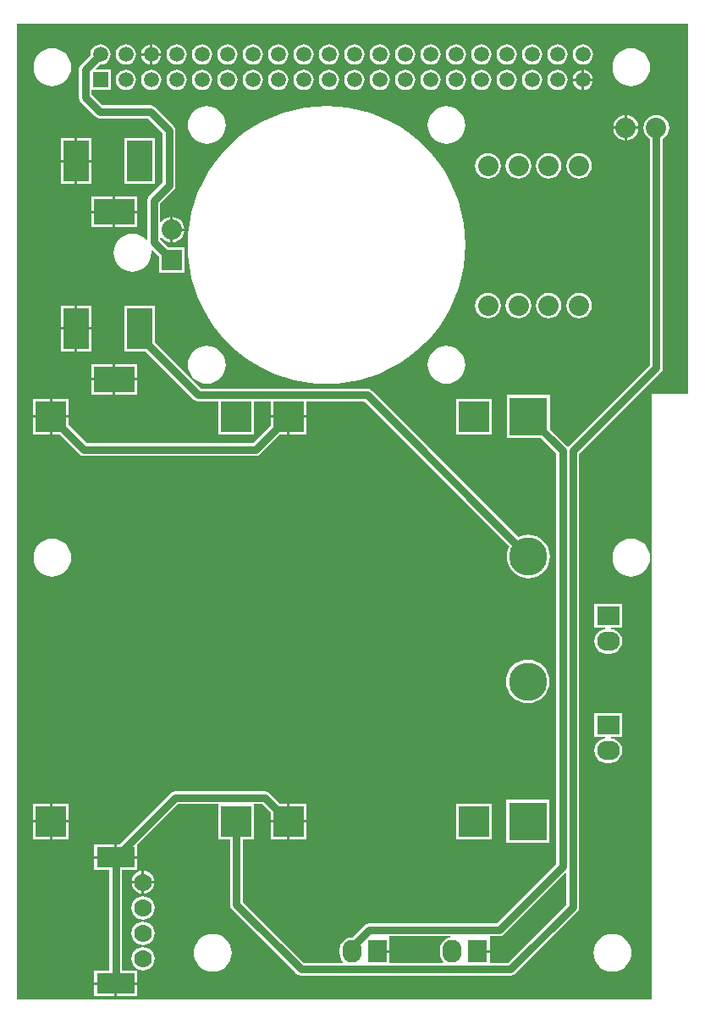
<source format=gbl>
G04*
G04 #@! TF.GenerationSoftware,Altium Limited,Altium Designer,19.0.4 (130)*
G04*
G04 Layer_Physical_Order=2*
G04 Layer_Color=16711680*
%FSTAX24Y24*%
%MOIN*%
G70*
G01*
G75*
%ADD30C,0.0300*%
%ADD31R,0.0800X0.0800*%
%ADD32C,0.0800*%
%ADD33R,0.1200X0.1200*%
%ADD34C,0.1500*%
%ADD35R,0.1500X0.1500*%
%ADD36R,0.1500X0.0800*%
%ADD37C,0.0700*%
%ADD38O,0.0900X0.0750*%
%ADD39R,0.0900X0.0750*%
%ADD40R,0.1600X0.1000*%
%ADD41R,0.1000X0.1600*%
%ADD42R,0.0591X0.0591*%
%ADD43C,0.0591*%
%ADD44R,0.0750X0.0900*%
%ADD45O,0.0750X0.0900*%
G36*
X03645Y03575D02*
X035004D01*
X035Y035746D01*
Y0119D01*
X01D01*
Y0503D01*
X03645D01*
Y03575D01*
D02*
G37*
%LPC*%
G36*
X015345Y049492D02*
Y04915D01*
X015687D01*
X01568Y049203D01*
X015641Y049299D01*
X015577Y049382D01*
X015495Y049445D01*
X015398Y049485D01*
X015345Y049492D01*
D02*
G37*
G36*
X015245D02*
X015192Y049485D01*
X015096Y049445D01*
X015013Y049382D01*
X01495Y049299D01*
X01491Y049203D01*
X014903Y04915D01*
X015245D01*
Y049492D01*
D02*
G37*
G36*
X015687Y04905D02*
X015345D01*
Y048708D01*
X015398Y048715D01*
X015495Y048755D01*
X015577Y048818D01*
X015641Y048901D01*
X01568Y048997D01*
X015687Y04905D01*
D02*
G37*
G36*
X015245D02*
X014903D01*
X01491Y048997D01*
X01495Y048901D01*
X015013Y048818D01*
X015096Y048755D01*
X015192Y048715D01*
X015245Y048708D01*
Y04905D01*
D02*
G37*
G36*
X032295Y049499D02*
X032192Y049485D01*
X032096Y049445D01*
X032013Y049382D01*
X03195Y049299D01*
X03191Y049203D01*
X031897Y0491D01*
X03191Y048997D01*
X03195Y048901D01*
X032013Y048818D01*
X032096Y048755D01*
X032192Y048715D01*
X032295Y048701D01*
X032398Y048715D01*
X032495Y048755D01*
X032577Y048818D01*
X032641Y048901D01*
X03268Y048997D01*
X032694Y0491D01*
X03268Y049203D01*
X032641Y049299D01*
X032577Y049382D01*
X032495Y049445D01*
X032398Y049485D01*
X032295Y049499D01*
D02*
G37*
G36*
X031295D02*
X031192Y049485D01*
X031096Y049445D01*
X031013Y049382D01*
X03095Y049299D01*
X03091Y049203D01*
X030897Y0491D01*
X03091Y048997D01*
X03095Y048901D01*
X031013Y048818D01*
X031096Y048755D01*
X031192Y048715D01*
X031295Y048701D01*
X031398Y048715D01*
X031495Y048755D01*
X031577Y048818D01*
X031641Y048901D01*
X03168Y048997D01*
X031694Y0491D01*
X03168Y049203D01*
X031641Y049299D01*
X031577Y049382D01*
X031495Y049445D01*
X031398Y049485D01*
X031295Y049499D01*
D02*
G37*
G36*
X030295D02*
X030192Y049485D01*
X030096Y049445D01*
X030013Y049382D01*
X02995Y049299D01*
X02991Y049203D01*
X029897Y0491D01*
X02991Y048997D01*
X02995Y048901D01*
X030013Y048818D01*
X030096Y048755D01*
X030192Y048715D01*
X030295Y048701D01*
X030398Y048715D01*
X030495Y048755D01*
X030577Y048818D01*
X030641Y048901D01*
X03068Y048997D01*
X030694Y0491D01*
X03068Y049203D01*
X030641Y049299D01*
X030577Y049382D01*
X030495Y049445D01*
X030398Y049485D01*
X030295Y049499D01*
D02*
G37*
G36*
X029295D02*
X029192Y049485D01*
X029096Y049445D01*
X029013Y049382D01*
X02895Y049299D01*
X02891Y049203D01*
X028897Y0491D01*
X02891Y048997D01*
X02895Y048901D01*
X029013Y048818D01*
X029096Y048755D01*
X029192Y048715D01*
X029295Y048701D01*
X029398Y048715D01*
X029495Y048755D01*
X029577Y048818D01*
X029641Y048901D01*
X02968Y048997D01*
X029694Y0491D01*
X02968Y049203D01*
X029641Y049299D01*
X029577Y049382D01*
X029495Y049445D01*
X029398Y049485D01*
X029295Y049499D01*
D02*
G37*
G36*
X028295D02*
X028192Y049485D01*
X028096Y049445D01*
X028013Y049382D01*
X02795Y049299D01*
X02791Y049203D01*
X027897Y0491D01*
X02791Y048997D01*
X02795Y048901D01*
X028013Y048818D01*
X028096Y048755D01*
X028192Y048715D01*
X028295Y048701D01*
X028398Y048715D01*
X028495Y048755D01*
X028577Y048818D01*
X028641Y048901D01*
X02868Y048997D01*
X028694Y0491D01*
X02868Y049203D01*
X028641Y049299D01*
X028577Y049382D01*
X028495Y049445D01*
X028398Y049485D01*
X028295Y049499D01*
D02*
G37*
G36*
X027295D02*
X027192Y049485D01*
X027096Y049445D01*
X027013Y049382D01*
X02695Y049299D01*
X02691Y049203D01*
X026897Y0491D01*
X02691Y048997D01*
X02695Y048901D01*
X027013Y048818D01*
X027096Y048755D01*
X027192Y048715D01*
X027295Y048701D01*
X027398Y048715D01*
X027495Y048755D01*
X027577Y048818D01*
X027641Y048901D01*
X02768Y048997D01*
X027694Y0491D01*
X02768Y049203D01*
X027641Y049299D01*
X027577Y049382D01*
X027495Y049445D01*
X027398Y049485D01*
X027295Y049499D01*
D02*
G37*
G36*
X026295D02*
X026192Y049485D01*
X026096Y049445D01*
X026013Y049382D01*
X02595Y049299D01*
X02591Y049203D01*
X025897Y0491D01*
X02591Y048997D01*
X02595Y048901D01*
X026013Y048818D01*
X026096Y048755D01*
X026192Y048715D01*
X026295Y048701D01*
X026398Y048715D01*
X026495Y048755D01*
X026577Y048818D01*
X026641Y048901D01*
X02668Y048997D01*
X026694Y0491D01*
X02668Y049203D01*
X026641Y049299D01*
X026577Y049382D01*
X026495Y049445D01*
X026398Y049485D01*
X026295Y049499D01*
D02*
G37*
G36*
X025295D02*
X025192Y049485D01*
X025096Y049445D01*
X025013Y049382D01*
X02495Y049299D01*
X02491Y049203D01*
X024897Y0491D01*
X02491Y048997D01*
X02495Y048901D01*
X025013Y048818D01*
X025096Y048755D01*
X025192Y048715D01*
X025295Y048701D01*
X025398Y048715D01*
X025495Y048755D01*
X025577Y048818D01*
X025641Y048901D01*
X02568Y048997D01*
X025694Y0491D01*
X02568Y049203D01*
X025641Y049299D01*
X025577Y049382D01*
X025495Y049445D01*
X025398Y049485D01*
X025295Y049499D01*
D02*
G37*
G36*
X024295D02*
X024192Y049485D01*
X024096Y049445D01*
X024013Y049382D01*
X02395Y049299D01*
X02391Y049203D01*
X023897Y0491D01*
X02391Y048997D01*
X02395Y048901D01*
X024013Y048818D01*
X024096Y048755D01*
X024192Y048715D01*
X024295Y048701D01*
X024398Y048715D01*
X024495Y048755D01*
X024577Y048818D01*
X024641Y048901D01*
X02468Y048997D01*
X024694Y0491D01*
X02468Y049203D01*
X024641Y049299D01*
X024577Y049382D01*
X024495Y049445D01*
X024398Y049485D01*
X024295Y049499D01*
D02*
G37*
G36*
X023295D02*
X023192Y049485D01*
X023096Y049445D01*
X023013Y049382D01*
X02295Y049299D01*
X02291Y049203D01*
X022897Y0491D01*
X02291Y048997D01*
X02295Y048901D01*
X023013Y048818D01*
X023096Y048755D01*
X023192Y048715D01*
X023295Y048701D01*
X023398Y048715D01*
X023495Y048755D01*
X023577Y048818D01*
X023641Y048901D01*
X02368Y048997D01*
X023694Y0491D01*
X02368Y049203D01*
X023641Y049299D01*
X023577Y049382D01*
X023495Y049445D01*
X023398Y049485D01*
X023295Y049499D01*
D02*
G37*
G36*
X022295D02*
X022192Y049485D01*
X022096Y049445D01*
X022013Y049382D01*
X02195Y049299D01*
X02191Y049203D01*
X021897Y0491D01*
X02191Y048997D01*
X02195Y048901D01*
X022013Y048818D01*
X022096Y048755D01*
X022192Y048715D01*
X022295Y048701D01*
X022398Y048715D01*
X022495Y048755D01*
X022577Y048818D01*
X022641Y048901D01*
X02268Y048997D01*
X022694Y0491D01*
X02268Y049203D01*
X022641Y049299D01*
X022577Y049382D01*
X022495Y049445D01*
X022398Y049485D01*
X022295Y049499D01*
D02*
G37*
G36*
X021295D02*
X021192Y049485D01*
X021096Y049445D01*
X021013Y049382D01*
X02095Y049299D01*
X02091Y049203D01*
X020897Y0491D01*
X02091Y048997D01*
X02095Y048901D01*
X021013Y048818D01*
X021096Y048755D01*
X021192Y048715D01*
X021295Y048701D01*
X021398Y048715D01*
X021495Y048755D01*
X021577Y048818D01*
X021641Y048901D01*
X02168Y048997D01*
X021694Y0491D01*
X02168Y049203D01*
X021641Y049299D01*
X021577Y049382D01*
X021495Y049445D01*
X021398Y049485D01*
X021295Y049499D01*
D02*
G37*
G36*
X020295D02*
X020192Y049485D01*
X020096Y049445D01*
X020013Y049382D01*
X01995Y049299D01*
X01991Y049203D01*
X019897Y0491D01*
X01991Y048997D01*
X01995Y048901D01*
X020013Y048818D01*
X020096Y048755D01*
X020192Y048715D01*
X020295Y048701D01*
X020398Y048715D01*
X020495Y048755D01*
X020577Y048818D01*
X020641Y048901D01*
X02068Y048997D01*
X020694Y0491D01*
X02068Y049203D01*
X020641Y049299D01*
X020577Y049382D01*
X020495Y049445D01*
X020398Y049485D01*
X020295Y049499D01*
D02*
G37*
G36*
X019295D02*
X019192Y049485D01*
X019096Y049445D01*
X019013Y049382D01*
X01895Y049299D01*
X01891Y049203D01*
X018897Y0491D01*
X01891Y048997D01*
X01895Y048901D01*
X019013Y048818D01*
X019096Y048755D01*
X019192Y048715D01*
X019295Y048701D01*
X019398Y048715D01*
X019495Y048755D01*
X019577Y048818D01*
X019641Y048901D01*
X01968Y048997D01*
X019694Y0491D01*
X01968Y049203D01*
X019641Y049299D01*
X019577Y049382D01*
X019495Y049445D01*
X019398Y049485D01*
X019295Y049499D01*
D02*
G37*
G36*
X018295D02*
X018192Y049485D01*
X018096Y049445D01*
X018013Y049382D01*
X01795Y049299D01*
X01791Y049203D01*
X017897Y0491D01*
X01791Y048997D01*
X01795Y048901D01*
X018013Y048818D01*
X018096Y048755D01*
X018192Y048715D01*
X018295Y048701D01*
X018398Y048715D01*
X018495Y048755D01*
X018577Y048818D01*
X018641Y048901D01*
X01868Y048997D01*
X018694Y0491D01*
X01868Y049203D01*
X018641Y049299D01*
X018577Y049382D01*
X018495Y049445D01*
X018398Y049485D01*
X018295Y049499D01*
D02*
G37*
G36*
X017295D02*
X017192Y049485D01*
X017096Y049445D01*
X017013Y049382D01*
X01695Y049299D01*
X01691Y049203D01*
X016897Y0491D01*
X01691Y048997D01*
X01695Y048901D01*
X017013Y048818D01*
X017096Y048755D01*
X017192Y048715D01*
X017295Y048701D01*
X017398Y048715D01*
X017495Y048755D01*
X017577Y048818D01*
X017641Y048901D01*
X01768Y048997D01*
X017694Y0491D01*
X01768Y049203D01*
X017641Y049299D01*
X017577Y049382D01*
X017495Y049445D01*
X017398Y049485D01*
X017295Y049499D01*
D02*
G37*
G36*
X016295D02*
X016192Y049485D01*
X016096Y049445D01*
X016013Y049382D01*
X01595Y049299D01*
X01591Y049203D01*
X015897Y0491D01*
X01591Y048997D01*
X01595Y048901D01*
X016013Y048818D01*
X016096Y048755D01*
X016192Y048715D01*
X016295Y048701D01*
X016398Y048715D01*
X016495Y048755D01*
X016577Y048818D01*
X016641Y048901D01*
X01668Y048997D01*
X016694Y0491D01*
X01668Y049203D01*
X016641Y049299D01*
X016577Y049382D01*
X016495Y049445D01*
X016398Y049485D01*
X016295Y049499D01*
D02*
G37*
G36*
X014295D02*
X014192Y049485D01*
X014096Y049445D01*
X014013Y049382D01*
X01395Y049299D01*
X01391Y049203D01*
X013897Y0491D01*
X01391Y048997D01*
X01395Y048901D01*
X014013Y048818D01*
X014096Y048755D01*
X014192Y048715D01*
X014295Y048701D01*
X014398Y048715D01*
X014495Y048755D01*
X014577Y048818D01*
X014641Y048901D01*
X01468Y048997D01*
X014694Y0491D01*
X01468Y049203D01*
X014641Y049299D01*
X014577Y049382D01*
X014495Y049445D01*
X014398Y049485D01*
X014295Y049499D01*
D02*
G37*
G36*
X013295D02*
X013192Y049485D01*
X013096Y049445D01*
X013013Y049382D01*
X01295Y049299D01*
X01291Y049203D01*
X012897Y0491D01*
X012901Y049066D01*
X01252Y048685D01*
X012464Y048602D01*
X012445Y048505D01*
Y0474D01*
X012464Y047302D01*
X01252Y04722D01*
X013076Y046663D01*
X013159Y046608D01*
X013257Y046588D01*
X015151D01*
X015745Y045994D01*
Y044056D01*
X01522Y04353D01*
X015165Y043448D01*
X015145Y04335D01*
Y04182D01*
X015098Y041803D01*
X015079Y041826D01*
X014966Y041919D01*
X014838Y041987D01*
X014698Y04203D01*
X014553Y042044D01*
X014408Y04203D01*
X014268Y041987D01*
X014139Y041919D01*
X014027Y041826D01*
X013934Y041713D01*
X013865Y041585D01*
X013823Y041445D01*
X013809Y0413D01*
X013823Y041155D01*
X013865Y041015D01*
X013934Y040887D01*
X014027Y040774D01*
X014139Y040681D01*
X014268Y040613D01*
X014408Y04057D01*
X014553Y040556D01*
X014698Y04057D01*
X014838Y040613D01*
X014966Y040681D01*
X015079Y040774D01*
X015171Y040887D01*
X01524Y041015D01*
X015283Y041155D01*
X015297Y0413D01*
X015289Y04138D01*
X015337Y041402D01*
X0156Y04114D01*
Y0405D01*
X0166D01*
Y0415D01*
X01596D01*
X015655Y041806D01*
Y041877D01*
X015705Y041894D01*
X015743Y041843D01*
X015848Y041763D01*
X015969Y041713D01*
X01605Y041702D01*
Y0422D01*
Y042698D01*
X015969Y042687D01*
X015848Y042637D01*
X015743Y042557D01*
X015705Y042506D01*
X015655Y042523D01*
Y043244D01*
X01618Y04377D01*
X016236Y043852D01*
X016255Y04395D01*
Y0461D01*
X016236Y046198D01*
X01618Y04628D01*
X015437Y047024D01*
X015354Y047079D01*
X015257Y047098D01*
X013362D01*
X012955Y047506D01*
Y047705D01*
X013691D01*
Y048495D01*
X013116D01*
X013097Y048541D01*
X013262Y048706D01*
X013295Y048701D01*
X013398Y048715D01*
X013495Y048755D01*
X013577Y048818D01*
X013641Y048901D01*
X01368Y048997D01*
X013694Y0491D01*
X01368Y049203D01*
X013641Y049299D01*
X013577Y049382D01*
X013495Y049445D01*
X013398Y049485D01*
X013295Y049499D01*
D02*
G37*
G36*
X032345Y048492D02*
Y04815D01*
X032687D01*
X03268Y048203D01*
X032641Y048299D01*
X032577Y048382D01*
X032495Y048445D01*
X032398Y048485D01*
X032345Y048492D01*
D02*
G37*
G36*
X032245D02*
X032192Y048485D01*
X032096Y048445D01*
X032013Y048382D01*
X03195Y048299D01*
X03191Y048203D01*
X031903Y04815D01*
X032245D01*
Y048492D01*
D02*
G37*
G36*
X0342Y049344D02*
X034055Y04933D01*
X033915Y049287D01*
X033787Y049219D01*
X033674Y049126D01*
X033581Y049013D01*
X033513Y048885D01*
X03347Y048745D01*
X033456Y0486D01*
X03347Y048455D01*
X033513Y048315D01*
X033581Y048187D01*
X033674Y048074D01*
X033787Y047981D01*
X033915Y047913D01*
X034055Y04787D01*
X0342Y047856D01*
X034345Y04787D01*
X034485Y047913D01*
X034613Y047981D01*
X034726Y048074D01*
X034819Y048187D01*
X034887Y048315D01*
X03493Y048455D01*
X034944Y0486D01*
X03493Y048745D01*
X034887Y048885D01*
X034819Y049013D01*
X034726Y049126D01*
X034613Y049219D01*
X034485Y049287D01*
X034345Y04933D01*
X0342Y049344D01*
D02*
G37*
G36*
X0114D02*
X011255Y04933D01*
X011115Y049287D01*
X010987Y049219D01*
X010874Y049126D01*
X010781Y049013D01*
X010713Y048885D01*
X01067Y048745D01*
X010656Y0486D01*
X01067Y048455D01*
X010713Y048315D01*
X010781Y048187D01*
X010874Y048074D01*
X010987Y047981D01*
X011115Y047913D01*
X011255Y04787D01*
X0114Y047856D01*
X011545Y04787D01*
X011685Y047913D01*
X011813Y047981D01*
X011926Y048074D01*
X012019Y048187D01*
X012087Y048315D01*
X01213Y048455D01*
X012144Y0486D01*
X01213Y048745D01*
X012087Y048885D01*
X012019Y049013D01*
X011926Y049126D01*
X011813Y049219D01*
X011685Y049287D01*
X011545Y04933D01*
X0114Y049344D01*
D02*
G37*
G36*
X032687Y04805D02*
X032345D01*
Y047708D01*
X032398Y047715D01*
X032495Y047755D01*
X032577Y047818D01*
X032641Y047901D01*
X03268Y047997D01*
X032687Y04805D01*
D02*
G37*
G36*
X032245D02*
X031903D01*
X03191Y047997D01*
X03195Y047901D01*
X032013Y047818D01*
X032096Y047755D01*
X032192Y047715D01*
X032245Y047708D01*
Y04805D01*
D02*
G37*
G36*
X031295Y048499D02*
X031192Y048485D01*
X031096Y048445D01*
X031013Y048382D01*
X03095Y048299D01*
X03091Y048203D01*
X030897Y0481D01*
X03091Y047997D01*
X03095Y047901D01*
X031013Y047818D01*
X031096Y047755D01*
X031192Y047715D01*
X031295Y047701D01*
X031398Y047715D01*
X031495Y047755D01*
X031577Y047818D01*
X031641Y047901D01*
X03168Y047997D01*
X031694Y0481D01*
X03168Y048203D01*
X031641Y048299D01*
X031577Y048382D01*
X031495Y048445D01*
X031398Y048485D01*
X031295Y048499D01*
D02*
G37*
G36*
X030295D02*
X030192Y048485D01*
X030096Y048445D01*
X030013Y048382D01*
X02995Y048299D01*
X02991Y048203D01*
X029897Y0481D01*
X02991Y047997D01*
X02995Y047901D01*
X030013Y047818D01*
X030096Y047755D01*
X030192Y047715D01*
X030295Y047701D01*
X030398Y047715D01*
X030495Y047755D01*
X030577Y047818D01*
X030641Y047901D01*
X03068Y047997D01*
X030694Y0481D01*
X03068Y048203D01*
X030641Y048299D01*
X030577Y048382D01*
X030495Y048445D01*
X030398Y048485D01*
X030295Y048499D01*
D02*
G37*
G36*
X029295D02*
X029192Y048485D01*
X029096Y048445D01*
X029013Y048382D01*
X02895Y048299D01*
X02891Y048203D01*
X028897Y0481D01*
X02891Y047997D01*
X02895Y047901D01*
X029013Y047818D01*
X029096Y047755D01*
X029192Y047715D01*
X029295Y047701D01*
X029398Y047715D01*
X029495Y047755D01*
X029577Y047818D01*
X029641Y047901D01*
X02968Y047997D01*
X029694Y0481D01*
X02968Y048203D01*
X029641Y048299D01*
X029577Y048382D01*
X029495Y048445D01*
X029398Y048485D01*
X029295Y048499D01*
D02*
G37*
G36*
X028295D02*
X028192Y048485D01*
X028096Y048445D01*
X028013Y048382D01*
X02795Y048299D01*
X02791Y048203D01*
X027897Y0481D01*
X02791Y047997D01*
X02795Y047901D01*
X028013Y047818D01*
X028096Y047755D01*
X028192Y047715D01*
X028295Y047701D01*
X028398Y047715D01*
X028495Y047755D01*
X028577Y047818D01*
X028641Y047901D01*
X02868Y047997D01*
X028694Y0481D01*
X02868Y048203D01*
X028641Y048299D01*
X028577Y048382D01*
X028495Y048445D01*
X028398Y048485D01*
X028295Y048499D01*
D02*
G37*
G36*
X027295D02*
X027192Y048485D01*
X027096Y048445D01*
X027013Y048382D01*
X02695Y048299D01*
X02691Y048203D01*
X026897Y0481D01*
X02691Y047997D01*
X02695Y047901D01*
X027013Y047818D01*
X027096Y047755D01*
X027192Y047715D01*
X027295Y047701D01*
X027398Y047715D01*
X027495Y047755D01*
X027577Y047818D01*
X027641Y047901D01*
X02768Y047997D01*
X027694Y0481D01*
X02768Y048203D01*
X027641Y048299D01*
X027577Y048382D01*
X027495Y048445D01*
X027398Y048485D01*
X027295Y048499D01*
D02*
G37*
G36*
X026295D02*
X026192Y048485D01*
X026096Y048445D01*
X026013Y048382D01*
X02595Y048299D01*
X02591Y048203D01*
X025897Y0481D01*
X02591Y047997D01*
X02595Y047901D01*
X026013Y047818D01*
X026096Y047755D01*
X026192Y047715D01*
X026295Y047701D01*
X026398Y047715D01*
X026495Y047755D01*
X026577Y047818D01*
X026641Y047901D01*
X02668Y047997D01*
X026694Y0481D01*
X02668Y048203D01*
X026641Y048299D01*
X026577Y048382D01*
X026495Y048445D01*
X026398Y048485D01*
X026295Y048499D01*
D02*
G37*
G36*
X025295D02*
X025192Y048485D01*
X025096Y048445D01*
X025013Y048382D01*
X02495Y048299D01*
X02491Y048203D01*
X024897Y0481D01*
X02491Y047997D01*
X02495Y047901D01*
X025013Y047818D01*
X025096Y047755D01*
X025192Y047715D01*
X025295Y047701D01*
X025398Y047715D01*
X025495Y047755D01*
X025577Y047818D01*
X025641Y047901D01*
X02568Y047997D01*
X025694Y0481D01*
X02568Y048203D01*
X025641Y048299D01*
X025577Y048382D01*
X025495Y048445D01*
X025398Y048485D01*
X025295Y048499D01*
D02*
G37*
G36*
X024295D02*
X024192Y048485D01*
X024096Y048445D01*
X024013Y048382D01*
X02395Y048299D01*
X02391Y048203D01*
X023897Y0481D01*
X02391Y047997D01*
X02395Y047901D01*
X024013Y047818D01*
X024096Y047755D01*
X024192Y047715D01*
X024295Y047701D01*
X024398Y047715D01*
X024495Y047755D01*
X024577Y047818D01*
X024641Y047901D01*
X02468Y047997D01*
X024694Y0481D01*
X02468Y048203D01*
X024641Y048299D01*
X024577Y048382D01*
X024495Y048445D01*
X024398Y048485D01*
X024295Y048499D01*
D02*
G37*
G36*
X023295D02*
X023192Y048485D01*
X023096Y048445D01*
X023013Y048382D01*
X02295Y048299D01*
X02291Y048203D01*
X022897Y0481D01*
X02291Y047997D01*
X02295Y047901D01*
X023013Y047818D01*
X023096Y047755D01*
X023192Y047715D01*
X023295Y047701D01*
X023398Y047715D01*
X023495Y047755D01*
X023577Y047818D01*
X023641Y047901D01*
X02368Y047997D01*
X023694Y0481D01*
X02368Y048203D01*
X023641Y048299D01*
X023577Y048382D01*
X023495Y048445D01*
X023398Y048485D01*
X023295Y048499D01*
D02*
G37*
G36*
X022295D02*
X022192Y048485D01*
X022096Y048445D01*
X022013Y048382D01*
X02195Y048299D01*
X02191Y048203D01*
X021897Y0481D01*
X02191Y047997D01*
X02195Y047901D01*
X022013Y047818D01*
X022096Y047755D01*
X022192Y047715D01*
X022295Y047701D01*
X022398Y047715D01*
X022495Y047755D01*
X022577Y047818D01*
X022641Y047901D01*
X02268Y047997D01*
X022694Y0481D01*
X02268Y048203D01*
X022641Y048299D01*
X022577Y048382D01*
X022495Y048445D01*
X022398Y048485D01*
X022295Y048499D01*
D02*
G37*
G36*
X021295D02*
X021192Y048485D01*
X021096Y048445D01*
X021013Y048382D01*
X02095Y048299D01*
X02091Y048203D01*
X020897Y0481D01*
X02091Y047997D01*
X02095Y047901D01*
X021013Y047818D01*
X021096Y047755D01*
X021192Y047715D01*
X021295Y047701D01*
X021398Y047715D01*
X021495Y047755D01*
X021577Y047818D01*
X021641Y047901D01*
X02168Y047997D01*
X021694Y0481D01*
X02168Y048203D01*
X021641Y048299D01*
X021577Y048382D01*
X021495Y048445D01*
X021398Y048485D01*
X021295Y048499D01*
D02*
G37*
G36*
X020295D02*
X020192Y048485D01*
X020096Y048445D01*
X020013Y048382D01*
X01995Y048299D01*
X01991Y048203D01*
X019897Y0481D01*
X01991Y047997D01*
X01995Y047901D01*
X020013Y047818D01*
X020096Y047755D01*
X020192Y047715D01*
X020295Y047701D01*
X020398Y047715D01*
X020495Y047755D01*
X020577Y047818D01*
X020641Y047901D01*
X02068Y047997D01*
X020694Y0481D01*
X02068Y048203D01*
X020641Y048299D01*
X020577Y048382D01*
X020495Y048445D01*
X020398Y048485D01*
X020295Y048499D01*
D02*
G37*
G36*
X019295D02*
X019192Y048485D01*
X019096Y048445D01*
X019013Y048382D01*
X01895Y048299D01*
X01891Y048203D01*
X018897Y0481D01*
X01891Y047997D01*
X01895Y047901D01*
X019013Y047818D01*
X019096Y047755D01*
X019192Y047715D01*
X019295Y047701D01*
X019398Y047715D01*
X019495Y047755D01*
X019577Y047818D01*
X019641Y047901D01*
X01968Y047997D01*
X019694Y0481D01*
X01968Y048203D01*
X019641Y048299D01*
X019577Y048382D01*
X019495Y048445D01*
X019398Y048485D01*
X019295Y048499D01*
D02*
G37*
G36*
X018295D02*
X018192Y048485D01*
X018096Y048445D01*
X018013Y048382D01*
X01795Y048299D01*
X01791Y048203D01*
X017897Y0481D01*
X01791Y047997D01*
X01795Y047901D01*
X018013Y047818D01*
X018096Y047755D01*
X018192Y047715D01*
X018295Y047701D01*
X018398Y047715D01*
X018495Y047755D01*
X018577Y047818D01*
X018641Y047901D01*
X01868Y047997D01*
X018694Y0481D01*
X01868Y048203D01*
X018641Y048299D01*
X018577Y048382D01*
X018495Y048445D01*
X018398Y048485D01*
X018295Y048499D01*
D02*
G37*
G36*
X017295D02*
X017192Y048485D01*
X017096Y048445D01*
X017013Y048382D01*
X01695Y048299D01*
X01691Y048203D01*
X016897Y0481D01*
X01691Y047997D01*
X01695Y047901D01*
X017013Y047818D01*
X017096Y047755D01*
X017192Y047715D01*
X017295Y047701D01*
X017398Y047715D01*
X017495Y047755D01*
X017577Y047818D01*
X017641Y047901D01*
X01768Y047997D01*
X017694Y0481D01*
X01768Y048203D01*
X017641Y048299D01*
X017577Y048382D01*
X017495Y048445D01*
X017398Y048485D01*
X017295Y048499D01*
D02*
G37*
G36*
X016295D02*
X016192Y048485D01*
X016096Y048445D01*
X016013Y048382D01*
X01595Y048299D01*
X01591Y048203D01*
X015897Y0481D01*
X01591Y047997D01*
X01595Y047901D01*
X016013Y047818D01*
X016096Y047755D01*
X016192Y047715D01*
X016295Y047701D01*
X016398Y047715D01*
X016495Y047755D01*
X016577Y047818D01*
X016641Y047901D01*
X01668Y047997D01*
X016694Y0481D01*
X01668Y048203D01*
X016641Y048299D01*
X016577Y048382D01*
X016495Y048445D01*
X016398Y048485D01*
X016295Y048499D01*
D02*
G37*
G36*
X015295D02*
X015192Y048485D01*
X015096Y048445D01*
X015013Y048382D01*
X01495Y048299D01*
X01491Y048203D01*
X014897Y0481D01*
X01491Y047997D01*
X01495Y047901D01*
X015013Y047818D01*
X015096Y047755D01*
X015192Y047715D01*
X015295Y047701D01*
X015398Y047715D01*
X015495Y047755D01*
X015577Y047818D01*
X015641Y047901D01*
X01568Y047997D01*
X015694Y0481D01*
X01568Y048203D01*
X015641Y048299D01*
X015577Y048382D01*
X015495Y048445D01*
X015398Y048485D01*
X015295Y048499D01*
D02*
G37*
G36*
X014295D02*
X014192Y048485D01*
X014096Y048445D01*
X014013Y048382D01*
X01395Y048299D01*
X01391Y048203D01*
X013897Y0481D01*
X01391Y047997D01*
X01395Y047901D01*
X014013Y047818D01*
X014096Y047755D01*
X014192Y047715D01*
X014295Y047701D01*
X014398Y047715D01*
X014495Y047755D01*
X014577Y047818D01*
X014641Y047901D01*
X01468Y047997D01*
X014694Y0481D01*
X01468Y048203D01*
X014641Y048299D01*
X014577Y048382D01*
X014495Y048445D01*
X014398Y048485D01*
X014295Y048499D01*
D02*
G37*
G36*
X034036Y046712D02*
Y046264D01*
X034484D01*
X034473Y046345D01*
X034423Y046466D01*
X034343Y046571D01*
X034238Y046651D01*
X034117Y046701D01*
X034036Y046712D01*
D02*
G37*
G36*
X033936D02*
X033856Y046701D01*
X033734Y046651D01*
X03363Y046571D01*
X03355Y046466D01*
X033499Y046345D01*
X033489Y046264D01*
X033936D01*
Y046712D01*
D02*
G37*
G36*
X034484Y046164D02*
X034036D01*
Y045717D01*
X034117Y045727D01*
X034238Y045778D01*
X034343Y045858D01*
X034423Y045962D01*
X034473Y046084D01*
X034484Y046164D01*
D02*
G37*
G36*
X033936D02*
X033489D01*
X033499Y046084D01*
X03355Y045962D01*
X03363Y045858D01*
X033734Y045778D01*
X033856Y045727D01*
X033936Y045717D01*
Y046164D01*
D02*
G37*
G36*
X02692Y047064D02*
X026775Y04705D01*
X026635Y047007D01*
X026507Y046939D01*
X026394Y046846D01*
X026301Y046733D01*
X026233Y046605D01*
X02619Y046465D01*
X026176Y04632D01*
X02619Y046175D01*
X026233Y046035D01*
X026301Y045907D01*
X026394Y045794D01*
X026507Y045701D01*
X026635Y045633D01*
X026775Y04559D01*
X02692Y045576D01*
X027065Y04559D01*
X027205Y045633D01*
X027333Y045701D01*
X027446Y045794D01*
X027539Y045907D01*
X027607Y046035D01*
X02765Y046175D01*
X027664Y04632D01*
X02765Y046465D01*
X027607Y046605D01*
X027539Y046733D01*
X027446Y046846D01*
X027333Y046939D01*
X027205Y047007D01*
X027065Y04705D01*
X02692Y047064D01*
D02*
G37*
G36*
X01748D02*
X017335Y04705D01*
X017195Y047007D01*
X017067Y046939D01*
X016954Y046846D01*
X016861Y046733D01*
X016793Y046605D01*
X01675Y046465D01*
X016736Y04632D01*
X01675Y046175D01*
X016793Y046035D01*
X016861Y045907D01*
X016954Y045794D01*
X017067Y045701D01*
X017195Y045633D01*
X017335Y04559D01*
X01748Y045576D01*
X017625Y04559D01*
X017765Y045633D01*
X017893Y045701D01*
X018006Y045794D01*
X018099Y045907D01*
X018167Y046035D01*
X01821Y046175D01*
X018224Y04632D01*
X01821Y046465D01*
X018167Y046605D01*
X018099Y046733D01*
X018006Y046846D01*
X017893Y046939D01*
X017765Y047007D01*
X017625Y04705D01*
X01748Y047064D01*
D02*
G37*
G36*
X012922Y0458D02*
X012372D01*
Y04495D01*
X012922D01*
Y0458D01*
D02*
G37*
G36*
X012272D02*
X011722D01*
Y04495D01*
X012272D01*
Y0458D01*
D02*
G37*
G36*
X03215Y045219D02*
X032019Y045201D01*
X031898Y045151D01*
X031793Y045071D01*
X031713Y044966D01*
X031663Y044845D01*
X031646Y044714D01*
X031663Y044584D01*
X031713Y044462D01*
X031793Y044358D01*
X031898Y044278D01*
X032019Y044227D01*
X03215Y04421D01*
X032281Y044227D01*
X032402Y044278D01*
X032507Y044358D01*
X032587Y044462D01*
X032637Y044584D01*
X032654Y044714D01*
X032637Y044845D01*
X032587Y044966D01*
X032507Y045071D01*
X032402Y045151D01*
X032281Y045201D01*
X03215Y045219D01*
D02*
G37*
G36*
X03095D02*
X030819Y045201D01*
X030698Y045151D01*
X030593Y045071D01*
X030513Y044966D01*
X030463Y044845D01*
X030446Y044714D01*
X030463Y044584D01*
X030513Y044462D01*
X030593Y044358D01*
X030698Y044278D01*
X030819Y044227D01*
X03095Y04421D01*
X031081Y044227D01*
X031202Y044278D01*
X031307Y044358D01*
X031387Y044462D01*
X031437Y044584D01*
X031454Y044714D01*
X031437Y044845D01*
X031387Y044966D01*
X031307Y045071D01*
X031202Y045151D01*
X031081Y045201D01*
X03095Y045219D01*
D02*
G37*
G36*
X029756D02*
X029626Y045201D01*
X029504Y045151D01*
X0294Y045071D01*
X02932Y044966D01*
X029269Y044845D01*
X029252Y044714D01*
X029269Y044584D01*
X02932Y044462D01*
X0294Y044358D01*
X029504Y044278D01*
X029626Y044227D01*
X029756Y04421D01*
X029887Y044227D01*
X030008Y044278D01*
X030113Y044358D01*
X030193Y044462D01*
X030243Y044584D01*
X030261Y044714D01*
X030243Y044845D01*
X030193Y044966D01*
X030113Y045071D01*
X030008Y045151D01*
X029887Y045201D01*
X029756Y045219D01*
D02*
G37*
G36*
X028556D02*
X028426Y045201D01*
X028304Y045151D01*
X0282Y045071D01*
X02812Y044966D01*
X028069Y044845D01*
X028052Y044714D01*
X028069Y044584D01*
X02812Y044462D01*
X0282Y044358D01*
X028304Y044278D01*
X028426Y044227D01*
X028556Y04421D01*
X028687Y044227D01*
X028808Y044278D01*
X028913Y044358D01*
X028993Y044462D01*
X029043Y044584D01*
X029061Y044714D01*
X029043Y044845D01*
X028993Y044966D01*
X028913Y045071D01*
X028808Y045151D01*
X028687Y045201D01*
X028556Y045219D01*
D02*
G37*
G36*
X015422Y0458D02*
X014222D01*
Y044D01*
X015422D01*
Y0458D01*
D02*
G37*
G36*
X012922Y04485D02*
X012372D01*
Y044D01*
X012922D01*
Y04485D01*
D02*
G37*
G36*
X012272D02*
X011722D01*
Y044D01*
X012272D01*
Y04485D01*
D02*
G37*
G36*
X014722Y0435D02*
X013872D01*
Y04295D01*
X014722D01*
Y0435D01*
D02*
G37*
G36*
X013772D02*
X012922D01*
Y04295D01*
X013772D01*
Y0435D01*
D02*
G37*
G36*
X014722Y04285D02*
X013872D01*
Y0423D01*
X014722D01*
Y04285D01*
D02*
G37*
G36*
X013772D02*
X012922D01*
Y0423D01*
X013772D01*
Y04285D01*
D02*
G37*
G36*
X01615Y042698D02*
Y04225D01*
X016598D01*
X016587Y042331D01*
X016537Y042452D01*
X016457Y042557D01*
X016352Y042637D01*
X016231Y042687D01*
X01615Y042698D01*
D02*
G37*
G36*
X016598Y04215D02*
X01615D01*
Y041702D01*
X016231Y041713D01*
X016352Y041763D01*
X016457Y041843D01*
X016537Y041948D01*
X016587Y042069D01*
X016598Y04215D01*
D02*
G37*
G36*
X03215Y039719D02*
X032019Y039701D01*
X031898Y039651D01*
X031793Y039571D01*
X031713Y039466D01*
X031663Y039345D01*
X031646Y039214D01*
X031663Y039084D01*
X031713Y038962D01*
X031793Y038858D01*
X031898Y038778D01*
X032019Y038727D01*
X03215Y03871D01*
X032281Y038727D01*
X032402Y038778D01*
X032507Y038858D01*
X032587Y038962D01*
X032637Y039084D01*
X032654Y039214D01*
X032637Y039345D01*
X032587Y039466D01*
X032507Y039571D01*
X032402Y039651D01*
X032281Y039701D01*
X03215Y039719D01*
D02*
G37*
G36*
X03095D02*
X030819Y039701D01*
X030698Y039651D01*
X030593Y039571D01*
X030513Y039466D01*
X030463Y039345D01*
X030446Y039214D01*
X030463Y039084D01*
X030513Y038962D01*
X030593Y038858D01*
X030698Y038778D01*
X030819Y038727D01*
X03095Y03871D01*
X031081Y038727D01*
X031202Y038778D01*
X031307Y038858D01*
X031387Y038962D01*
X031437Y039084D01*
X031454Y039214D01*
X031437Y039345D01*
X031387Y039466D01*
X031307Y039571D01*
X031202Y039651D01*
X031081Y039701D01*
X03095Y039719D01*
D02*
G37*
G36*
X029756D02*
X029626Y039701D01*
X029504Y039651D01*
X0294Y039571D01*
X02932Y039466D01*
X029269Y039345D01*
X029252Y039214D01*
X029269Y039084D01*
X02932Y038962D01*
X0294Y038858D01*
X029504Y038778D01*
X029626Y038727D01*
X029756Y03871D01*
X029887Y038727D01*
X030008Y038778D01*
X030113Y038858D01*
X030193Y038962D01*
X030243Y039084D01*
X030261Y039214D01*
X030243Y039345D01*
X030193Y039466D01*
X030113Y039571D01*
X030008Y039651D01*
X029887Y039701D01*
X029756Y039719D01*
D02*
G37*
G36*
X028556D02*
X028426Y039701D01*
X028304Y039651D01*
X0282Y039571D01*
X02812Y039466D01*
X028069Y039345D01*
X028052Y039214D01*
X028069Y039084D01*
X02812Y038962D01*
X0282Y038858D01*
X028304Y038778D01*
X028426Y038727D01*
X028556Y03871D01*
X028687Y038727D01*
X028808Y038778D01*
X028913Y038858D01*
X028993Y038962D01*
X029043Y039084D01*
X029061Y039214D01*
X029043Y039345D01*
X028993Y039466D01*
X028913Y039571D01*
X028808Y039651D01*
X028687Y039701D01*
X028556Y039719D01*
D02*
G37*
G36*
X012922Y039216D02*
X012372D01*
Y038366D01*
X012922D01*
Y039216D01*
D02*
G37*
G36*
X012272D02*
X011722D01*
Y038366D01*
X012272D01*
Y039216D01*
D02*
G37*
G36*
X012922Y038266D02*
X012372D01*
Y037416D01*
X012922D01*
Y038266D01*
D02*
G37*
G36*
X012272D02*
X011722D01*
Y037416D01*
X012272D01*
Y038266D01*
D02*
G37*
G36*
X014722Y036916D02*
X013872D01*
Y036366D01*
X014722D01*
Y036916D01*
D02*
G37*
G36*
X013772D02*
X012922D01*
Y036366D01*
X013772D01*
Y036916D01*
D02*
G37*
G36*
X02692Y037624D02*
X026775Y03761D01*
X026635Y037567D01*
X026507Y037499D01*
X026394Y037406D01*
X026301Y037293D01*
X026233Y037165D01*
X02619Y037025D01*
X026176Y03688D01*
X02619Y036735D01*
X026233Y036595D01*
X026301Y036467D01*
X026394Y036354D01*
X026507Y036261D01*
X026635Y036193D01*
X026775Y03615D01*
X02692Y036136D01*
X027065Y03615D01*
X027205Y036193D01*
X027333Y036261D01*
X027446Y036354D01*
X027539Y036467D01*
X027607Y036595D01*
X02765Y036735D01*
X027664Y03688D01*
X02765Y037025D01*
X027607Y037165D01*
X027539Y037293D01*
X027446Y037406D01*
X027333Y037499D01*
X027205Y037567D01*
X027065Y03761D01*
X02692Y037624D01*
D02*
G37*
G36*
X01748D02*
X017335Y03761D01*
X017195Y037567D01*
X017067Y037499D01*
X016954Y037406D01*
X016861Y037293D01*
X016793Y037165D01*
X01675Y037025D01*
X016736Y03688D01*
X01675Y036735D01*
X016793Y036595D01*
X016861Y036467D01*
X016954Y036354D01*
X017067Y036261D01*
X017195Y036193D01*
X017335Y03615D01*
X01748Y036136D01*
X017625Y03615D01*
X017765Y036193D01*
X017893Y036261D01*
X018006Y036354D01*
X018099Y036467D01*
X018167Y036595D01*
X01821Y036735D01*
X018224Y03688D01*
X01821Y037025D01*
X018167Y037165D01*
X018099Y037293D01*
X018006Y037406D01*
X017893Y037499D01*
X017765Y037567D01*
X017625Y03761D01*
X01748Y037624D01*
D02*
G37*
G36*
X0222Y047069D02*
X021771Y047052D01*
X021345Y047001D01*
X020923Y046917D01*
X02051Y046801D01*
X020107Y046652D01*
X019717Y046473D01*
X019343Y046263D01*
X018986Y046024D01*
X018648Y045758D01*
X018333Y045467D01*
X018042Y045152D01*
X017776Y044814D01*
X017537Y044457D01*
X017328Y044083D01*
X017148Y043693D01*
X016999Y04329D01*
X016883Y042877D01*
X016799Y042455D01*
X016748Y042029D01*
X016731Y0416D01*
X016748Y041171D01*
X016799Y040745D01*
X016883Y040323D01*
X016999Y03991D01*
X017148Y039507D01*
X017328Y039117D01*
X017537Y038743D01*
X017776Y038386D01*
X018042Y038048D01*
X018333Y037733D01*
X018648Y037442D01*
X018986Y037176D01*
X019343Y036937D01*
X019717Y036727D01*
X020107Y036548D01*
X02051Y036399D01*
X020923Y036283D01*
X021345Y036199D01*
X021771Y036148D01*
X0222Y036131D01*
X022629Y036148D01*
X023055Y036199D01*
X023477Y036283D01*
X02389Y036399D01*
X024293Y036548D01*
X024683Y036727D01*
X025057Y036937D01*
X025414Y037176D01*
X025752Y037442D01*
X026067Y037733D01*
X026358Y038048D01*
X026624Y038386D01*
X026863Y038743D01*
X027073Y039117D01*
X027252Y039507D01*
X027401Y03991D01*
X027517Y040323D01*
X027601Y040745D01*
X027652Y041171D01*
X027669Y0416D01*
X027652Y042029D01*
X027601Y042455D01*
X027517Y042877D01*
X027401Y04329D01*
X027252Y043693D01*
X027073Y044083D01*
X026863Y044457D01*
X026624Y044814D01*
X026358Y045152D01*
X026067Y045467D01*
X025752Y045758D01*
X025414Y046024D01*
X025057Y046263D01*
X024683Y046473D01*
X024293Y046652D01*
X02389Y046801D01*
X023477Y046917D01*
X023055Y047001D01*
X022629Y047052D01*
X0222Y047069D01*
D02*
G37*
G36*
X014722Y036266D02*
X013872D01*
Y035716D01*
X014722D01*
Y036266D01*
D02*
G37*
G36*
X013772D02*
X012922D01*
Y035716D01*
X013772D01*
Y036266D01*
D02*
G37*
G36*
X01205Y035552D02*
X0114D01*
Y034902D01*
X01205D01*
Y035552D01*
D02*
G37*
G36*
X0113D02*
X01065D01*
Y034902D01*
X0113D01*
Y035552D01*
D02*
G37*
G36*
X028699D02*
X027299D01*
Y034152D01*
X028699D01*
Y035552D01*
D02*
G37*
G36*
X0214Y034802D02*
X02075D01*
Y034152D01*
X0214D01*
Y034802D01*
D02*
G37*
G36*
X0113D02*
X01065D01*
Y034152D01*
X0113D01*
Y034802D01*
D02*
G37*
G36*
X035186Y046719D02*
X035056Y046701D01*
X034934Y046651D01*
X03483Y046571D01*
X03475Y046466D01*
X034699Y046345D01*
X034682Y046214D01*
X034699Y046084D01*
X03475Y045962D01*
X03483Y045858D01*
X034931Y04578D01*
Y036883D01*
X031732Y033684D01*
X031699Y033676D01*
X031668Y033684D01*
X031Y034352D01*
Y035692D01*
X0293D01*
Y033992D01*
X03064D01*
X031245Y033386D01*
Y017256D01*
X028894Y014905D01*
X023871D01*
X023774Y014885D01*
X023691Y01483D01*
X023213Y014352D01*
X0232Y014354D01*
X023076Y014338D01*
X02296Y01429D01*
X022861Y014214D01*
X022785Y014115D01*
X022737Y013999D01*
X022721Y013875D01*
Y013725D01*
X022737Y013601D01*
X022785Y013485D01*
X022847Y013405D01*
X022823Y013355D01*
X021306D01*
X018904Y015756D01*
Y018212D01*
X019349D01*
Y019595D01*
X019656D01*
X02Y019251D01*
Y018962D01*
X02065D01*
Y019612D01*
X02036D01*
X019942Y02003D01*
X019859Y020085D01*
X019762Y020105D01*
X01625D01*
X016152Y020085D01*
X01607Y02003D01*
X01404Y018D01*
X01395D01*
Y01755D01*
X01475D01*
Y01799D01*
X016356Y019595D01*
X017949D01*
Y018212D01*
X018394D01*
Y015651D01*
X018414Y015553D01*
X018469Y015471D01*
X02102Y01292D01*
X021102Y012865D01*
X0212Y012845D01*
X02945D01*
X029548Y012865D01*
X02963Y01292D01*
X03208Y01537D01*
X032136Y015452D01*
X032155Y01555D01*
Y033385D01*
X035367Y036597D01*
X035422Y03668D01*
X035441Y036777D01*
Y04578D01*
X035543Y045858D01*
X035623Y045962D01*
X035673Y046084D01*
X035691Y046214D01*
X035673Y046345D01*
X035623Y046466D01*
X035543Y046571D01*
X035438Y046651D01*
X035317Y046701D01*
X035186Y046719D01*
D02*
G37*
G36*
X01205Y034802D02*
X0114D01*
Y034152D01*
X01169D01*
X012471Y03337D01*
X012554Y033314D01*
X012652Y033295D01*
X019398D01*
X019496Y033314D01*
X019579Y03337D01*
X02036Y034152D01*
X02065D01*
Y034802D01*
X02D01*
Y034512D01*
X019293Y033805D01*
X012757D01*
X01205Y034512D01*
Y034802D01*
D02*
G37*
G36*
X0342Y030044D02*
X034055Y03003D01*
X033915Y029987D01*
X033787Y029919D01*
X033674Y029826D01*
X033581Y029713D01*
X033513Y029585D01*
X03347Y029445D01*
X033456Y0293D01*
X03347Y029155D01*
X033513Y029015D01*
X033581Y028887D01*
X033674Y028774D01*
X033787Y028681D01*
X033915Y028613D01*
X034055Y02857D01*
X0342Y028556D01*
X034345Y02857D01*
X034485Y028613D01*
X034613Y028681D01*
X034726Y028774D01*
X034819Y028887D01*
X034887Y029015D01*
X03493Y029155D01*
X034944Y0293D01*
X03493Y029445D01*
X034887Y029585D01*
X034819Y029713D01*
X034726Y029826D01*
X034613Y029919D01*
X034485Y029987D01*
X034345Y03003D01*
X0342Y030044D01*
D02*
G37*
G36*
X0114D02*
X011255Y03003D01*
X011115Y029987D01*
X010987Y029919D01*
X010874Y029826D01*
X010781Y029713D01*
X010713Y029585D01*
X01067Y029445D01*
X010656Y0293D01*
X01067Y029155D01*
X010713Y029015D01*
X010781Y028887D01*
X010874Y028774D01*
X010987Y028681D01*
X011115Y028613D01*
X011255Y02857D01*
X0114Y028556D01*
X011545Y02857D01*
X011685Y028613D01*
X011813Y028681D01*
X011926Y028774D01*
X012019Y028887D01*
X012087Y029015D01*
X01213Y029155D01*
X012144Y0293D01*
X01213Y029445D01*
X012087Y029585D01*
X012019Y029713D01*
X011926Y029826D01*
X011813Y029919D01*
X011685Y029987D01*
X011545Y03003D01*
X0114Y030044D01*
D02*
G37*
G36*
X015422Y039216D02*
X014222D01*
Y037416D01*
X015061D01*
X016956Y035521D01*
X017038Y035466D01*
X017136Y035447D01*
X017949D01*
Y034152D01*
X019349D01*
Y035447D01*
X02D01*
Y034902D01*
X0207D01*
X0214D01*
Y035447D01*
X023684D01*
X029396Y029735D01*
X029361Y029668D01*
X029312Y029508D01*
X029296Y029342D01*
X029312Y029175D01*
X029361Y029015D01*
X02944Y028867D01*
X029546Y028738D01*
X029675Y028631D01*
X029823Y028552D01*
X029983Y028504D01*
X03015Y028487D01*
X030317Y028504D01*
X030477Y028552D01*
X030625Y028631D01*
X030754Y028738D01*
X03086Y028867D01*
X030939Y029015D01*
X030988Y029175D01*
X031004Y029342D01*
X030988Y029508D01*
X030939Y029668D01*
X03086Y029816D01*
X030754Y029946D01*
X030625Y030052D01*
X030477Y030131D01*
X030317Y030179D01*
X03015Y030196D01*
X029983Y030179D01*
X029823Y030131D01*
X029757Y030095D01*
X02397Y035882D01*
X023888Y035937D01*
X02379Y035956D01*
X017242D01*
X015422Y037776D01*
Y039216D01*
D02*
G37*
G36*
X033844Y027475D02*
X032744D01*
Y026525D01*
X033185D01*
X033188Y026475D01*
X033095Y026463D01*
X03298Y026415D01*
X03288Y026339D01*
X032804Y02624D01*
X032756Y026124D01*
X03274Y026D01*
X032756Y025876D01*
X032804Y02576D01*
X03288Y025661D01*
X03298Y025585D01*
X033095Y025537D01*
X033219Y025521D01*
X033369D01*
X033493Y025537D01*
X033609Y025585D01*
X033708Y025661D01*
X033784Y02576D01*
X033832Y025876D01*
X033848Y026D01*
X033832Y026124D01*
X033784Y02624D01*
X033708Y026339D01*
X033609Y026415D01*
X033493Y026463D01*
X0334Y026475D01*
X033404Y026525D01*
X033844D01*
Y027475D01*
D02*
G37*
G36*
X030125Y025274D02*
X029958Y025258D01*
X029798Y025209D01*
X02965Y02513D01*
X029521Y025024D01*
X029415Y024895D01*
X029336Y024747D01*
X029287Y024587D01*
X029271Y02442D01*
X029287Y024253D01*
X029336Y024093D01*
X029415Y023945D01*
X029521Y023816D01*
X02965Y02371D01*
X029798Y023631D01*
X029958Y023582D01*
X030125Y023566D01*
X030292Y023582D01*
X030452Y023631D01*
X0306Y02371D01*
X030729Y023816D01*
X030835Y023945D01*
X030914Y024093D01*
X030963Y024253D01*
X030979Y02442D01*
X030963Y024587D01*
X030914Y024747D01*
X030835Y024895D01*
X030729Y025024D01*
X0306Y02513D01*
X030452Y025209D01*
X030292Y025258D01*
X030125Y025274D01*
D02*
G37*
G36*
X033844Y023175D02*
X032744D01*
Y022225D01*
X033185D01*
X033188Y022175D01*
X033095Y022163D01*
X03298Y022115D01*
X03288Y022039D01*
X032804Y02194D01*
X032756Y021824D01*
X03274Y0217D01*
X032756Y021576D01*
X032804Y02146D01*
X03288Y021361D01*
X03298Y021285D01*
X033095Y021237D01*
X033219Y021221D01*
X033369D01*
X033493Y021237D01*
X033609Y021285D01*
X033708Y021361D01*
X033784Y02146D01*
X033832Y021576D01*
X033848Y0217D01*
X033832Y021824D01*
X033784Y02194D01*
X033708Y022039D01*
X033609Y022115D01*
X033493Y022163D01*
X0334Y022175D01*
X033404Y022225D01*
X033844D01*
Y023175D01*
D02*
G37*
G36*
X0214Y019612D02*
X02075D01*
Y018962D01*
X0214D01*
Y019612D01*
D02*
G37*
G36*
X01205D02*
X0114D01*
Y018962D01*
X01205D01*
Y019612D01*
D02*
G37*
G36*
X0113D02*
X01065D01*
Y018962D01*
X0113D01*
Y019612D01*
D02*
G37*
G36*
X028699D02*
X027299D01*
Y018212D01*
X028699D01*
Y019612D01*
D02*
G37*
G36*
X0214Y018862D02*
X02075D01*
Y018212D01*
X0214D01*
Y018862D01*
D02*
G37*
G36*
X02065D02*
X02D01*
Y018212D01*
X02065D01*
Y018862D01*
D02*
G37*
G36*
X01205D02*
X0114D01*
Y018212D01*
X01205D01*
Y018862D01*
D02*
G37*
G36*
X0113D02*
X01065D01*
Y018212D01*
X0113D01*
Y018862D01*
D02*
G37*
G36*
X030975Y01977D02*
X029275D01*
Y01807D01*
X030975D01*
Y01977D01*
D02*
G37*
G36*
X01385Y018D02*
X01305D01*
Y01755D01*
X01385D01*
Y018D01*
D02*
G37*
G36*
X01502Y016967D02*
Y01657D01*
X015417D01*
X015408Y016637D01*
X015363Y016747D01*
X015291Y016841D01*
X015197Y016913D01*
X015087Y016958D01*
X01502Y016967D01*
D02*
G37*
G36*
X01492D02*
X014853Y016958D01*
X014743Y016913D01*
X014649Y016841D01*
X014577Y016747D01*
X014532Y016637D01*
X014523Y01657D01*
X01492D01*
Y016967D01*
D02*
G37*
G36*
X015417Y01647D02*
X01502D01*
Y016073D01*
X015087Y016082D01*
X015197Y016127D01*
X015291Y016199D01*
X015363Y016293D01*
X015408Y016403D01*
X015417Y01647D01*
D02*
G37*
G36*
X01492D02*
X014523D01*
X014532Y016403D01*
X014577Y016293D01*
X014649Y016199D01*
X014743Y016127D01*
X014853Y016082D01*
X01492Y016073D01*
Y01647D01*
D02*
G37*
G36*
X01497Y015964D02*
X014853Y015948D01*
X014743Y015903D01*
X014649Y015831D01*
X014577Y015737D01*
X014532Y015627D01*
X014516Y01551D01*
X014532Y015393D01*
X014577Y015283D01*
X014649Y015189D01*
X014743Y015117D01*
X014853Y015072D01*
X01497Y015056D01*
X015087Y015072D01*
X015197Y015117D01*
X015291Y015189D01*
X015363Y015283D01*
X015408Y015393D01*
X015424Y01551D01*
X015408Y015627D01*
X015363Y015737D01*
X015291Y015831D01*
X015197Y015903D01*
X015087Y015948D01*
X01497Y015964D01*
D02*
G37*
G36*
Y014964D02*
X014853Y014948D01*
X014743Y014903D01*
X014649Y014831D01*
X014577Y014737D01*
X014532Y014627D01*
X014516Y01451D01*
X014532Y014393D01*
X014577Y014283D01*
X014649Y014189D01*
X014743Y014117D01*
X014853Y014072D01*
X01497Y014056D01*
X015087Y014072D01*
X015197Y014117D01*
X015291Y014189D01*
X015363Y014283D01*
X015408Y014393D01*
X015424Y01451D01*
X015408Y014627D01*
X015363Y014737D01*
X015291Y014831D01*
X015197Y014903D01*
X015087Y014948D01*
X01497Y014964D01*
D02*
G37*
G36*
Y013964D02*
X014853Y013948D01*
X014743Y013903D01*
X014649Y013831D01*
X014577Y013737D01*
X014532Y013627D01*
X014516Y01351D01*
X014532Y013393D01*
X014577Y013283D01*
X014649Y013189D01*
X014743Y013117D01*
X014853Y013072D01*
X01497Y013056D01*
X015087Y013072D01*
X015197Y013117D01*
X015291Y013189D01*
X015363Y013283D01*
X015408Y013393D01*
X015424Y01351D01*
X015408Y013627D01*
X015363Y013737D01*
X015291Y013831D01*
X015197Y013903D01*
X015087Y013948D01*
X01497Y013964D01*
D02*
G37*
G36*
X033459Y014485D02*
X033314Y014471D01*
X033175Y014428D01*
X033046Y01436D01*
X032933Y014267D01*
X032841Y014154D01*
X032772Y014026D01*
X03273Y013886D01*
X032715Y013741D01*
X03273Y013596D01*
X032772Y013456D01*
X032841Y013328D01*
X032933Y013215D01*
X033046Y013122D01*
X033175Y013053D01*
X033314Y013011D01*
X033459Y012997D01*
X033605Y013011D01*
X033744Y013053D01*
X033873Y013122D01*
X033986Y013215D01*
X034078Y013328D01*
X034147Y013456D01*
X034189Y013596D01*
X034204Y013741D01*
X034189Y013886D01*
X034147Y014026D01*
X034078Y014154D01*
X033986Y014267D01*
X033873Y01436D01*
X033744Y014428D01*
X033605Y014471D01*
X033459Y014485D01*
D02*
G37*
G36*
X017711D02*
X017566Y014471D01*
X017427Y014428D01*
X017298Y01436D01*
X017185Y014267D01*
X017093Y014154D01*
X017024Y014026D01*
X016982Y013886D01*
X016967Y013741D01*
X016982Y013596D01*
X017024Y013456D01*
X017093Y013328D01*
X017185Y013215D01*
X017298Y013122D01*
X017427Y013053D01*
X017566Y013011D01*
X017711Y012997D01*
X017857Y013011D01*
X017996Y013053D01*
X018125Y013122D01*
X018238Y013215D01*
X01833Y013328D01*
X018399Y013456D01*
X018441Y013596D01*
X018456Y013741D01*
X018441Y013886D01*
X018399Y014026D01*
X01833Y014154D01*
X018238Y014267D01*
X018125Y01436D01*
X017996Y014428D01*
X017857Y014471D01*
X017711Y014485D01*
D02*
G37*
G36*
X01475Y01745D02*
X0139D01*
X01305D01*
Y017D01*
X013645D01*
Y01303D01*
X01305D01*
Y01258D01*
X0139D01*
Y01253D01*
D01*
Y01258D01*
X01475D01*
Y01303D01*
X014155D01*
Y017D01*
X01475D01*
Y01745D01*
D02*
G37*
G36*
Y01248D02*
X01395D01*
Y01203D01*
X01475D01*
Y01248D01*
D02*
G37*
G36*
X01385D02*
X01305D01*
Y01203D01*
X01385D01*
Y01248D01*
D02*
G37*
%LPD*%
G36*
X027082Y014345D02*
X027027Y014338D01*
X026911Y01429D01*
X026812Y014214D01*
X026736Y014115D01*
X026688Y013999D01*
X026671Y013875D01*
Y013725D01*
X026688Y013601D01*
X026736Y013485D01*
X026797Y013405D01*
X026774Y013355D01*
X024675D01*
Y01375D01*
X0242D01*
Y01385D01*
X024675D01*
Y01435D01*
X024675D01*
X024687Y014395D01*
X027079D01*
X027082Y014345D01*
D02*
G37*
G36*
X031645Y016869D02*
Y015656D01*
X029344Y013355D01*
X028626D01*
Y01375D01*
X028151D01*
Y01385D01*
X028626D01*
Y01435D01*
X028626D01*
X028637Y014395D01*
X029D01*
X029098Y014414D01*
X02918Y01447D01*
X031599Y016888D01*
X031645Y016869D01*
D02*
G37*
D30*
X02379Y035702D02*
X03015Y029342D01*
X017136Y035702D02*
X02379D01*
X014822Y038016D02*
X017136Y035702D01*
X014822Y038016D02*
Y038316D01*
X01135Y034852D02*
X012652Y03355D01*
X019398D01*
X0207Y034852D01*
X035186Y036777D02*
Y046214D01*
X0319Y033491D02*
X035186Y036777D01*
X0319Y01555D02*
Y033491D01*
X02945Y0131D02*
X0319Y01555D01*
X0212Y0131D02*
X02945D01*
X018649Y015651D02*
X0212Y0131D01*
X018649Y015651D02*
Y018912D01*
X03015Y034842D02*
X0315Y033492D01*
Y01715D02*
Y033492D01*
X029Y01465D02*
X0315Y01715D01*
X023871Y01465D02*
X029D01*
X0232Y013979D02*
X023871Y01465D01*
X0232Y0138D02*
Y013979D01*
X019762Y01985D02*
X0207Y018912D01*
X01625Y01985D02*
X019762D01*
X0139Y0175D02*
X01625Y01985D01*
X0154Y0417D02*
X0161Y041D01*
X0154Y0417D02*
Y04335D01*
X0139Y01253D02*
Y0175D01*
X0127Y048505D02*
X013295Y0491D01*
X0127Y0474D02*
Y048505D01*
Y0474D02*
X013257Y046843D01*
X015257D01*
X016Y0461D01*
Y04395D02*
Y0461D01*
X0154Y04335D02*
X016Y04395D01*
D31*
X0161Y041D02*
D03*
D32*
Y0422D02*
D03*
X033986Y046214D02*
D03*
X035186D02*
D03*
X028556Y039214D02*
D03*
X029756D02*
D03*
X03095D02*
D03*
X03215D02*
D03*
Y044714D02*
D03*
X03095D02*
D03*
X029756D02*
D03*
X028556D02*
D03*
D33*
X027999Y018912D02*
D03*
X0207D02*
D03*
Y034852D02*
D03*
X027999D02*
D03*
X018649D02*
D03*
X01135D02*
D03*
Y018912D02*
D03*
X018649D02*
D03*
D34*
X03015Y029342D02*
D03*
X030125Y02442D02*
D03*
D35*
X03015Y034842D02*
D03*
X030125Y01892D02*
D03*
D36*
X0139Y0175D02*
D03*
Y01253D02*
D03*
D37*
X01497Y01351D02*
D03*
Y01451D02*
D03*
Y01551D02*
D03*
Y01652D02*
D03*
D38*
X033294Y026D02*
D03*
Y0217D02*
D03*
D39*
Y027D02*
D03*
Y0227D02*
D03*
D40*
X013822Y0429D02*
D03*
Y036316D02*
D03*
D41*
X012322Y0449D02*
D03*
X014822D02*
D03*
Y038316D02*
D03*
X012322D02*
D03*
D42*
X013295Y0481D02*
D03*
D43*
Y0491D02*
D03*
X014295Y0481D02*
D03*
Y0491D02*
D03*
X015295Y0481D02*
D03*
Y0491D02*
D03*
X016295Y0481D02*
D03*
Y0491D02*
D03*
X017295Y0481D02*
D03*
Y0491D02*
D03*
X018295Y0481D02*
D03*
Y0491D02*
D03*
X019295Y0481D02*
D03*
Y0491D02*
D03*
X020295Y0481D02*
D03*
Y0491D02*
D03*
X021295Y0481D02*
D03*
Y0491D02*
D03*
X022295Y0481D02*
D03*
Y0491D02*
D03*
X023295Y0481D02*
D03*
Y0491D02*
D03*
X024295Y0481D02*
D03*
Y0491D02*
D03*
X025295Y0481D02*
D03*
Y0491D02*
D03*
X026295Y0481D02*
D03*
Y0491D02*
D03*
X027295Y0481D02*
D03*
Y0491D02*
D03*
X028295Y0481D02*
D03*
Y0491D02*
D03*
X029295Y0481D02*
D03*
Y0491D02*
D03*
X030295Y0481D02*
D03*
Y0491D02*
D03*
X031295Y0481D02*
D03*
Y0491D02*
D03*
X032295Y0481D02*
D03*
Y0491D02*
D03*
D44*
X028151Y0138D02*
D03*
X0242D02*
D03*
D45*
X027151D02*
D03*
X0232D02*
D03*
M02*

</source>
